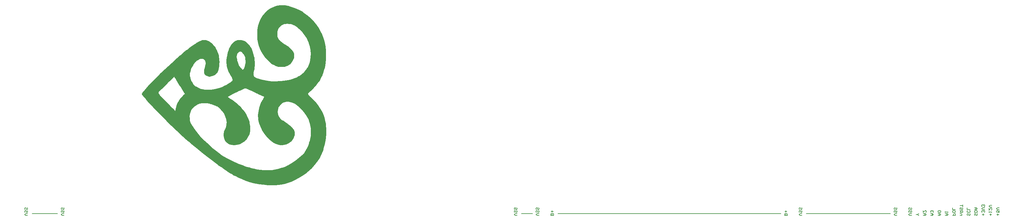
<source format=gbo>
G04*
G04 #@! TF.GenerationSoftware,Altium Limited,Altium Designer,18.1.7 (191)*
G04*
G04 Layer_Color=32896*
%FSLAX44Y44*%
%MOMM*%
G71*
G01*
G75*
%ADD13C,0.2000*%
%ADD15C,0.1800*%
G36*
X896985Y1511968D02*
X903430Y1511382D01*
X905774Y1510797D01*
X907532Y1510211D01*
X908704Y1509625D01*
X909290D01*
X916907Y1507281D01*
X923938Y1504937D01*
X930383Y1502008D01*
X936242Y1499664D01*
X940930Y1497320D01*
X944445Y1494976D01*
X946789Y1493805D01*
X947375Y1493219D01*
X959094Y1484430D01*
X964367Y1479742D01*
X969054Y1475641D01*
X972570Y1472125D01*
X975499Y1469196D01*
X977257Y1466852D01*
X977843Y1466266D01*
X984288Y1458063D01*
X990148Y1449274D01*
X994835Y1441071D01*
X998351Y1433454D01*
X1001280Y1427009D01*
X1003038Y1422321D01*
X1004210Y1418806D01*
X1004796Y1418220D01*
Y1417634D01*
X1007140Y1407673D01*
X1008897Y1398298D01*
X1009483Y1388924D01*
X1010069Y1380721D01*
Y1363143D01*
X1008897Y1354354D01*
X1007726Y1346737D01*
X1005968Y1339120D01*
X1004210Y1332675D01*
X1003038Y1327401D01*
X1001280Y1323300D01*
X1000694Y1320956D01*
X1000108Y1319784D01*
X996593Y1312167D01*
X992491Y1305136D01*
X987804Y1298691D01*
X983702Y1293418D01*
X979601Y1288730D01*
X976671Y1285215D01*
X974328Y1282871D01*
X973742Y1282285D01*
X971398Y1279941D01*
X969054Y1277597D01*
X967297Y1276426D01*
X966711Y1275840D01*
X964367Y1273496D01*
X962609Y1271738D01*
X961437Y1270566D01*
X960851Y1269980D01*
X961437Y1267637D01*
Y1266465D01*
X962023Y1265293D01*
X962609Y1264707D01*
X965539Y1262363D01*
X966125Y1261777D01*
X966711Y1261191D01*
X969640Y1258262D01*
X970226Y1257676D01*
X970812Y1257090D01*
X977257Y1250645D01*
X983117Y1243614D01*
X988390Y1237169D01*
X992491Y1230723D01*
X996007Y1225450D01*
X998351Y1221348D01*
X999523Y1219005D01*
X1000108Y1217833D01*
X1003624Y1209630D01*
X1005968Y1201427D01*
X1008311Y1193224D01*
X1009483Y1186193D01*
X1010069Y1179748D01*
X1010655Y1174474D01*
Y1158654D01*
X1009483Y1147522D01*
X1007726Y1137561D01*
X1005968Y1128772D01*
X1004210Y1121741D01*
X1003038Y1115882D01*
X1001866Y1112366D01*
X1001280Y1111780D01*
Y1111194D01*
X997179Y1101819D01*
X992491Y1092444D01*
X986632Y1084241D01*
X981359Y1076624D01*
X976671Y1070765D01*
X972570Y1066078D01*
X969640Y1063148D01*
X968468Y1061976D01*
X961437Y1055531D01*
X954406Y1049672D01*
X947375Y1044984D01*
X940344Y1040297D01*
X926868Y1032680D01*
X914563Y1027406D01*
X904016Y1023891D01*
X899329Y1022133D01*
X895813Y1021547D01*
X892298Y1020375D01*
X889954D01*
X888782Y1019790D01*
X888196D01*
X878236Y1018618D01*
X873548Y1018032D01*
X869447D01*
X865931Y1017446D01*
X863001D01*
X861244D01*
X860658D01*
X849525Y1018032D01*
X838393Y1019203D01*
X827846Y1020375D01*
X818471Y1022133D01*
X810268Y1023891D01*
X803823Y1025649D01*
X801479Y1026235D01*
X799721D01*
X799136Y1026821D01*
X798549D01*
X788589Y1030336D01*
X779800Y1034438D01*
X771011Y1037953D01*
X763394Y1042055D01*
X756949Y1044984D01*
X752261Y1047914D01*
X749332Y1049672D01*
X748160Y1050258D01*
X731754Y1061390D01*
X724137Y1066664D01*
X717106Y1071351D01*
X711246Y1076039D01*
X707145Y1078968D01*
X704215Y1081312D01*
X703043Y1081898D01*
X686637Y1094788D01*
X670817Y1107093D01*
X656169Y1119397D01*
X643279Y1129944D01*
X637420Y1135217D01*
X632146Y1139319D01*
X627459Y1143420D01*
X623357Y1146936D01*
X620428Y1149865D01*
X618084Y1151623D01*
X616912Y1152795D01*
X616326Y1153381D01*
X601092Y1167443D01*
X586444Y1181505D01*
X572968Y1194982D01*
X560663Y1207286D01*
X555390Y1212560D01*
X550702Y1217247D01*
X546601Y1221934D01*
X543085Y1225450D01*
X540156Y1228380D01*
X537812Y1230723D01*
X536640Y1231895D01*
X536054Y1232481D01*
X530195Y1238926D01*
X524921Y1244786D01*
X522578Y1246543D01*
X520820Y1248301D01*
X520234Y1249473D01*
X519648Y1250059D01*
X514375Y1257090D01*
X509687Y1262949D01*
X507930Y1265293D01*
X506172Y1267051D01*
X505586Y1268223D01*
X505000Y1268809D01*
X506758Y1271152D01*
X507344Y1272324D01*
X508516Y1274082D01*
X509101Y1274668D01*
X517890Y1284629D01*
X526679Y1294589D01*
X534882Y1303378D01*
X542499Y1310995D01*
X548945Y1317440D01*
X554218Y1322714D01*
X557147Y1325643D01*
X558319Y1326815D01*
X568280Y1336190D01*
X577655Y1344979D01*
X587030Y1353182D01*
X594647Y1360799D01*
X601678Y1366658D01*
X606951Y1371346D01*
X610467Y1374275D01*
X611639Y1375447D01*
X619842Y1382478D01*
X627459Y1388338D01*
X630388Y1390681D01*
X632732Y1392439D01*
X633904Y1393611D01*
X634490Y1394197D01*
X643279Y1400642D01*
X650896Y1405916D01*
X653826Y1407673D01*
X656169Y1409431D01*
X657927Y1410017D01*
X658513Y1410603D01*
X663200Y1413533D01*
X667302Y1415290D01*
X671403Y1416462D01*
X674333Y1417048D01*
X677263D01*
X679606D01*
X680778Y1416462D01*
X681364D01*
X685466Y1415290D01*
X689567Y1413533D01*
X696012Y1408845D01*
X698942Y1406501D01*
X700700Y1404158D01*
X701871Y1402986D01*
X702458Y1402400D01*
X706559Y1397713D01*
X709489Y1392439D01*
X711832Y1387752D01*
X713590Y1383064D01*
X714762Y1379549D01*
X715934Y1376619D01*
X716520Y1374275D01*
Y1373690D01*
X717692Y1361971D01*
X718278Y1356112D01*
X717692Y1351424D01*
Y1343807D01*
X717106Y1341463D01*
Y1340878D01*
X715934Y1335604D01*
X714176Y1331503D01*
X713004Y1328573D01*
X712418Y1327987D01*
Y1327401D01*
X708903Y1323300D01*
X704801Y1320370D01*
X701871Y1319198D01*
X701286Y1318612D01*
X700700D01*
X697184Y1317440D01*
X694255Y1316855D01*
X691911Y1316269D01*
X690739D01*
X687223Y1316855D01*
X683708Y1318026D01*
X681364Y1319198D01*
X680778Y1319784D01*
X677849Y1322128D01*
X676677Y1324472D01*
X676091Y1326815D01*
Y1334432D01*
X676677Y1336776D01*
Y1337362D01*
X677849Y1340292D01*
X678435Y1342635D01*
X679020Y1344393D01*
Y1344979D01*
X679606Y1347909D01*
X680192Y1350838D01*
Y1353182D01*
X679606Y1357870D01*
X677849Y1361385D01*
X676091Y1363143D01*
X675505Y1363729D01*
X671989Y1364901D01*
X667888D01*
X664958D01*
X664372Y1364315D01*
X663786D01*
X659685Y1361971D01*
X656169Y1359627D01*
X649724Y1353182D01*
X647380Y1349666D01*
X646208Y1347323D01*
X645037Y1345565D01*
X644451Y1344979D01*
X641521Y1339706D01*
X639763Y1334432D01*
X638591Y1329745D01*
X637420Y1326229D01*
Y1318026D01*
X638591Y1312753D01*
X639763Y1308066D01*
X641521Y1303964D01*
X643865Y1300449D01*
X645622Y1297519D01*
X646794Y1295175D01*
X647966Y1294003D01*
X648552Y1293418D01*
X652654Y1289902D01*
X656755Y1287558D01*
X660857Y1285215D01*
X664372Y1283457D01*
X667888Y1282285D01*
X670817Y1281699D01*
X672575Y1281113D01*
X673161D01*
X680778Y1280527D01*
X687809D01*
X694840D01*
X700700Y1281113D01*
X705387Y1281699D01*
X708903Y1282871D01*
X711832Y1283457D01*
X712418D01*
X719449Y1285800D01*
X725895Y1288144D01*
X731754Y1291074D01*
X737613Y1294003D01*
X741715Y1296347D01*
X745230Y1298691D01*
X747574Y1299863D01*
X748160Y1300449D01*
X751089Y1302792D01*
X752847Y1305136D01*
X754019Y1306894D01*
Y1307480D01*
X753433Y1310409D01*
X752261Y1313339D01*
X751089Y1315683D01*
X750503Y1316269D01*
X746402Y1323300D01*
X742886Y1329745D01*
X740543Y1336190D01*
X738785Y1342049D01*
X738199Y1346737D01*
X737613Y1350252D01*
X737027Y1353182D01*
Y1360799D01*
X738199Y1368416D01*
X739371Y1374861D01*
X740543Y1380721D01*
X742300Y1385994D01*
X743472Y1390096D01*
X744058Y1392439D01*
X744644Y1393611D01*
X748160Y1400056D01*
X751675Y1405330D01*
X754605Y1408845D01*
X755777Y1409431D01*
Y1410017D01*
X758707Y1412361D01*
X761636Y1414118D01*
X767495Y1416462D01*
X770425D01*
X772769Y1417048D01*
X773941D01*
X774527D01*
X778042D01*
X781558Y1415876D01*
X787417Y1414118D01*
X790932Y1411775D01*
X791518Y1411189D01*
X792104Y1410603D01*
X797378Y1405330D01*
X801479Y1400642D01*
X803823Y1396541D01*
X804995Y1395955D01*
Y1395369D01*
X805581Y1394783D01*
Y1394197D01*
X806167Y1393611D01*
Y1393025D01*
X810268Y1381893D01*
X811440Y1376619D01*
X812612Y1371932D01*
X813784Y1368416D01*
Y1365486D01*
X814370Y1363143D01*
Y1362557D01*
X814956Y1356698D01*
Y1346151D01*
X814370Y1340878D01*
X813784Y1336776D01*
X813198Y1333846D01*
X812612Y1331503D01*
Y1330917D01*
X812026Y1327401D01*
Y1320370D01*
X812612Y1318026D01*
Y1317440D01*
X813784Y1316269D01*
X814956Y1315097D01*
X819057Y1312753D01*
X823158Y1310995D01*
X824330Y1310409D01*
X824916D01*
X833119Y1308066D01*
X841322Y1306308D01*
X848939Y1304550D01*
X855385Y1303964D01*
X861244Y1303378D01*
X865931Y1302792D01*
X868275D01*
X869447D01*
X885853Y1303964D01*
X893470Y1304550D01*
X899915Y1305722D01*
X905774Y1306894D01*
X910462Y1307480D01*
X912805Y1308652D01*
X913977D01*
X925110Y1312167D01*
X929797Y1314511D01*
X933899Y1316855D01*
X937414Y1318612D01*
X939758Y1320370D01*
X941516Y1320956D01*
X942102Y1321542D01*
X946203Y1325058D01*
X950305Y1329159D01*
X956164Y1336776D01*
X958508Y1340292D01*
X960265Y1343221D01*
X960851Y1344979D01*
X961437Y1345565D01*
X963781Y1351424D01*
X965539Y1356698D01*
X967297Y1368416D01*
X967883Y1378963D01*
X967297Y1388924D01*
X965539Y1397713D01*
X963781Y1404158D01*
X963195Y1406501D01*
X962609Y1408259D01*
X962023Y1409431D01*
Y1410017D01*
X956750Y1422321D01*
X949719Y1432282D01*
X942688Y1441071D01*
X935657Y1447516D01*
X929211Y1452790D01*
X923938Y1456305D01*
X919837Y1458063D01*
X919250Y1458649D01*
X918665D01*
X913977Y1460407D01*
X909876Y1460993D01*
X902845Y1461579D01*
X899915Y1460993D01*
X897571D01*
X896399Y1460407D01*
X895813D01*
X892298Y1459235D01*
X888782Y1456891D01*
X883509Y1452790D01*
X880579Y1448688D01*
X879408Y1447516D01*
Y1446930D01*
X877650Y1442829D01*
X877064Y1439313D01*
X876478Y1432282D01*
Y1427595D01*
X877064Y1426423D01*
Y1425837D01*
X878822Y1422321D01*
X880579Y1418806D01*
X885853Y1412947D01*
X888196Y1411189D01*
X889954Y1409431D01*
X891126Y1408845D01*
X891712Y1408259D01*
X895228Y1405916D01*
X898743Y1404158D01*
X901087Y1402400D01*
X901673Y1401814D01*
X905188Y1399470D01*
X908118Y1397713D01*
X909876Y1395955D01*
X910462Y1395369D01*
X915149Y1391267D01*
X918665Y1387166D01*
X920422Y1383650D01*
X921008Y1383064D01*
Y1382478D01*
X922180Y1379549D01*
X922766Y1376619D01*
Y1371346D01*
X922180Y1369002D01*
Y1367244D01*
X921594Y1366073D01*
Y1365486D01*
X918665Y1359041D01*
X915149Y1353768D01*
X912219Y1350838D01*
X911634Y1349666D01*
X911048D01*
X905188Y1346151D01*
X898743Y1343807D01*
X896399Y1343221D01*
X894056D01*
X892884Y1342635D01*
X892298D01*
X885267D01*
X879408Y1343221D01*
X877064Y1343807D01*
X875306Y1344393D01*
X874134Y1344979D01*
X873548D01*
X867103Y1347909D01*
X861830Y1350838D01*
X858314Y1353768D01*
X857728Y1354940D01*
X857142D01*
X848939Y1362557D01*
X842494Y1370174D01*
X837221Y1377791D01*
X833119Y1384822D01*
X829604Y1391267D01*
X827846Y1395955D01*
X826674Y1398884D01*
X826088Y1400056D01*
X823744Y1409431D01*
X821987Y1419392D01*
X821401Y1428181D01*
Y1436970D01*
X821987Y1444001D01*
X822572Y1449860D01*
Y1451618D01*
X823158Y1453376D01*
Y1454547D01*
X826674Y1465680D01*
X830776Y1475055D01*
X836049Y1483258D01*
X841322Y1489703D01*
X846596Y1494976D01*
X850697Y1499078D01*
X853627Y1501422D01*
X854799Y1502008D01*
X861244Y1505523D01*
X867689Y1507867D01*
X873548Y1510211D01*
X878822Y1511382D01*
X883509Y1511968D01*
X887025Y1512554D01*
X889368D01*
X889954D01*
X896985Y1511968D01*
D02*
G37*
%LPC*%
G36*
X775112Y1385408D02*
X773355Y1384822D01*
X772769D01*
X769839Y1383064D01*
X768081Y1380721D01*
X766909Y1378963D01*
X766323Y1377791D01*
X765738Y1374275D01*
X765152Y1370174D01*
X766323Y1363143D01*
X766909Y1360213D01*
X767495Y1357870D01*
X768081Y1356112D01*
Y1355526D01*
X772183Y1346737D01*
X774527Y1343221D01*
X776870Y1340292D01*
X779214Y1337948D01*
X780386Y1336190D01*
X781558Y1335604D01*
X782144Y1335018D01*
X785073Y1338534D01*
X786831Y1342635D01*
X788003Y1346737D01*
X789175Y1350838D01*
X789761Y1353768D01*
Y1359041D01*
X789175Y1364315D01*
X788589Y1369002D01*
X786831Y1372518D01*
X785659Y1376033D01*
X783901Y1378377D01*
X782144Y1380135D01*
X781558Y1381307D01*
X780972Y1381893D01*
X779214Y1383650D01*
X778042Y1384236D01*
X775112Y1385408D01*
D02*
G37*
G36*
X594061Y1316269D02*
X587030Y1309238D01*
X581171Y1302792D01*
X578241Y1300449D01*
X576483Y1298105D01*
X575311Y1296933D01*
X574725Y1296347D01*
X567108Y1288730D01*
X560077Y1282285D01*
X557733Y1279941D01*
X555390Y1277597D01*
X554218Y1276426D01*
X553632Y1275840D01*
X551874Y1273496D01*
Y1269980D01*
X554218Y1266465D01*
X554804Y1265293D01*
X555390Y1264707D01*
X562421Y1257676D01*
X568866Y1251231D01*
X571210Y1248301D01*
X573554Y1246543D01*
X574725Y1245371D01*
X575311Y1244786D01*
X582928Y1236582D01*
X589959Y1229551D01*
X592889Y1226622D01*
X595233Y1224278D01*
X596405Y1222520D01*
X596991Y1221934D01*
X598162Y1227794D01*
X599920Y1233653D01*
X601092Y1238340D01*
X602850Y1241856D01*
X604022Y1245371D01*
X605194Y1247715D01*
X606365Y1248887D01*
Y1249473D01*
X611639Y1257090D01*
X617498Y1263535D01*
X619842Y1265879D01*
X622185Y1267637D01*
X623357Y1268223D01*
X623943Y1268809D01*
X618084Y1277597D01*
X613396Y1285215D01*
X611639Y1288144D01*
X609881Y1290488D01*
X609295Y1291660D01*
X608709Y1292246D01*
X603436Y1301035D01*
X598748Y1308652D01*
X596991Y1311581D01*
X595233Y1313925D01*
X594647Y1315683D01*
X594061Y1316269D01*
D02*
G37*
G36*
X790932Y1283457D02*
X789761D01*
X789175D01*
X787417D01*
X786245D01*
X785659Y1282871D01*
X785073D01*
X776870Y1278769D01*
X769839Y1275840D01*
X767495Y1274082D01*
X765152Y1273496D01*
X763980Y1272324D01*
X763394D01*
X755191Y1268223D01*
X747574Y1264121D01*
X744644Y1262949D01*
X742300Y1261777D01*
X741129Y1260606D01*
X740543D01*
X743472Y1258262D01*
X746402Y1256504D01*
X748160Y1255332D01*
X748746Y1254746D01*
X751675Y1252989D01*
X754605Y1251231D01*
X756363Y1250059D01*
X756949Y1249473D01*
X768081Y1240684D01*
X772769Y1236582D01*
X776870Y1232481D01*
X779800Y1228966D01*
X782144Y1226036D01*
X783901Y1224278D01*
X784487Y1223692D01*
X788589Y1217833D01*
X792104Y1211974D01*
X795034Y1206114D01*
X797378Y1200841D01*
X799136Y1196154D01*
X800307Y1192638D01*
X800893Y1190294D01*
Y1189122D01*
X802065Y1180333D01*
X802651Y1172717D01*
Y1169787D01*
X802065Y1167443D01*
Y1165685D01*
X801479Y1161584D01*
X800307Y1157482D01*
X796792Y1150451D01*
X795034Y1147522D01*
X793276Y1145178D01*
X792690Y1144006D01*
X792104Y1143420D01*
X785659Y1137561D01*
X779800Y1133459D01*
X776870Y1132288D01*
X775112Y1131116D01*
X773941Y1130530D01*
X773355D01*
X765738Y1128772D01*
X758707Y1128186D01*
X755777D01*
X753433Y1128772D01*
X751675D01*
X751089D01*
X746402Y1129944D01*
X742886Y1131702D01*
X739957Y1134045D01*
X737027Y1136389D01*
X735269Y1138147D01*
X734098Y1139905D01*
X732926Y1141076D01*
Y1141662D01*
X731168Y1145764D01*
X729996Y1149865D01*
X729410Y1153381D01*
Y1159826D01*
X729996Y1162170D01*
X730582Y1163928D01*
Y1164513D01*
X731168Y1167443D01*
X731754Y1168615D01*
X732926Y1170959D01*
X733512Y1172131D01*
X735855Y1177990D01*
X737027Y1184435D01*
X737613Y1190294D01*
X737027Y1196154D01*
X735855Y1200841D01*
X734684Y1204357D01*
X734098Y1207286D01*
X733512Y1207872D01*
X729996Y1214903D01*
X725895Y1220762D01*
X721793Y1225450D01*
X718278Y1229551D01*
X714762Y1231895D01*
X711832Y1234239D01*
X710074Y1234825D01*
X709489Y1235411D01*
X702458Y1238340D01*
X696598Y1240098D01*
X694255Y1240684D01*
X692497Y1241270D01*
X691325Y1241856D01*
X690739D01*
X683708Y1243028D01*
X677849D01*
X674919D01*
X673161D01*
X671989D01*
X671403D01*
X664372Y1241856D01*
X658513Y1239512D01*
X653240Y1236582D01*
X649138Y1233653D01*
X645622Y1230137D01*
X643279Y1227794D01*
X642107Y1225450D01*
X641521Y1224864D01*
X638591Y1218419D01*
X636834Y1212560D01*
X636248Y1206700D01*
X636834Y1201427D01*
X637420Y1196740D01*
X638005Y1192638D01*
X639177Y1190294D01*
Y1189708D01*
X641521Y1185607D01*
X643865Y1181505D01*
X645622Y1179162D01*
X646208Y1177990D01*
X649138Y1173888D01*
X651482Y1170373D01*
X653240Y1168029D01*
X653826Y1166857D01*
X665544Y1152795D01*
X677849Y1139905D01*
X690153Y1128772D01*
X700700Y1118811D01*
X710660Y1110608D01*
X714762Y1107679D01*
X718278Y1104749D01*
X720621Y1102991D01*
X722965Y1101233D01*
X724137Y1100647D01*
X724723Y1100061D01*
X739371Y1091273D01*
X754605Y1083655D01*
X769253Y1077210D01*
X783315Y1071937D01*
X789175Y1069593D01*
X795034Y1067835D01*
X800307Y1066664D01*
X804409Y1065492D01*
X807924Y1064320D01*
X810268Y1063734D01*
X812026Y1063148D01*
X812612D01*
X821987Y1061390D01*
X830776Y1060219D01*
X838979Y1059632D01*
X846010Y1059047D01*
X852455D01*
X857142Y1059632D01*
X860072D01*
X861244D01*
X870033Y1060804D01*
X878822Y1062562D01*
X886439Y1064906D01*
X893470Y1067250D01*
X899329Y1069593D01*
X904016Y1071937D01*
X906360Y1073109D01*
X907532Y1073695D01*
X915149Y1078382D01*
X922180Y1083070D01*
X928625Y1087171D01*
X933899Y1091859D01*
X938586Y1095374D01*
X941516Y1098304D01*
X943859Y1100061D01*
X944445Y1100647D01*
X950305Y1107093D01*
X954406Y1114124D01*
X958508Y1120569D01*
X961437Y1127014D01*
X963195Y1132873D01*
X964367Y1136975D01*
X965539Y1139905D01*
Y1141076D01*
X967883Y1153381D01*
X968468Y1164513D01*
X967883Y1174474D01*
X966711Y1182677D01*
X964953Y1189708D01*
X963195Y1194982D01*
X962023Y1198497D01*
X961437Y1199669D01*
X956750Y1208458D01*
X950891Y1216661D01*
X944445Y1224278D01*
X938586Y1230137D01*
X932727Y1235411D01*
X928039Y1238926D01*
X925110Y1241270D01*
X924524Y1241856D01*
X923938D01*
X919250Y1244200D01*
X914563Y1245957D01*
X910462Y1246543D01*
X906946Y1247129D01*
X903430D01*
X901087D01*
X899329Y1246543D01*
X898743D01*
X894642Y1245371D01*
X891126Y1243614D01*
X885267Y1238926D01*
X883509Y1236582D01*
X881751Y1234239D01*
X881165Y1233067D01*
X880579Y1232481D01*
X879408Y1228966D01*
X878236Y1225450D01*
X877650Y1219591D01*
Y1216661D01*
X878236Y1214903D01*
Y1213146D01*
X879408Y1209630D01*
X881165Y1206700D01*
X884681Y1201427D01*
X888196Y1197911D01*
X888782Y1197325D01*
X889368Y1196740D01*
X893470Y1194396D01*
X896985Y1192052D01*
X899329Y1190294D01*
X900501Y1189708D01*
X904602Y1186779D01*
X907532Y1184435D01*
X909876Y1182677D01*
X911048Y1182091D01*
X915735Y1177990D01*
X919250Y1173888D01*
X921594Y1170959D01*
X922180Y1170373D01*
Y1169787D01*
X923352Y1166857D01*
X923938Y1164513D01*
X924524Y1159240D01*
X923938Y1156896D01*
Y1155139D01*
X923352Y1153967D01*
Y1153381D01*
X920422Y1146350D01*
X917493Y1141076D01*
X914563Y1138147D01*
X913977Y1136975D01*
X913391D01*
X907532Y1132873D01*
X902259Y1130530D01*
X899329Y1129944D01*
X897571Y1129358D01*
X896399Y1128772D01*
X895813D01*
X889368Y1128186D01*
X883509D01*
X881751Y1128772D01*
X879993D01*
X878822Y1129358D01*
X878236D01*
X872376Y1131702D01*
X867103Y1134045D01*
X863587Y1136389D01*
X863001Y1136975D01*
X862416D01*
X853627Y1144006D01*
X846596Y1152209D01*
X840736Y1160412D01*
X835463Y1168029D01*
X831947Y1175646D01*
X829604Y1181505D01*
X828432Y1183849D01*
X827846Y1185607D01*
X827260Y1186193D01*
Y1186779D01*
X825502Y1193224D01*
X824330Y1199083D01*
X823744Y1210802D01*
X824916Y1221348D01*
X827260Y1230723D01*
X829604Y1238926D01*
X831947Y1244786D01*
X833119Y1247129D01*
X834291Y1248887D01*
X834877Y1249473D01*
Y1250059D01*
X837221Y1253574D01*
X837807Y1254746D01*
Y1255332D01*
X839564Y1258848D01*
X840736Y1260020D01*
Y1260606D01*
X831361Y1264707D01*
X827260Y1266465D01*
X823744Y1268223D01*
X820815Y1269980D01*
X818471Y1270566D01*
X817299Y1271738D01*
X816713D01*
X808510Y1275840D01*
X800893Y1279355D01*
X797964Y1280527D01*
X795620Y1281699D01*
X794448Y1282285D01*
X793862D01*
X790932Y1283457D01*
D02*
G37*
%LPD*%
D13*
X1545000Y940000D02*
X1575000D01*
X205000D02*
X275000D01*
X1645000D02*
X2255000Y940000D01*
X2325000Y940000D02*
X2555000D01*
D15*
X1532998Y935000D02*
X1527666D01*
X1525000Y937666D01*
X1527666Y940332D01*
X1532998D01*
X1531665Y948329D02*
X1532998Y946996D01*
Y944330D01*
X1531665Y942997D01*
X1530332D01*
X1528999Y944330D01*
Y946996D01*
X1527666Y948329D01*
X1526333D01*
X1525000Y946996D01*
Y944330D01*
X1526333Y942997D01*
X1531665Y956327D02*
X1532998Y954994D01*
Y952328D01*
X1531665Y950995D01*
X1530332D01*
X1528999Y952328D01*
Y954994D01*
X1527666Y956327D01*
X1526333D01*
X1525000Y954994D01*
Y952328D01*
X1526333Y950995D01*
X2612997Y935000D02*
X2607666D01*
X2605000Y937666D01*
X2607666Y940332D01*
X2612997D01*
X2611664Y948329D02*
X2612997Y946996D01*
Y944330D01*
X2611664Y942998D01*
X2610332D01*
X2608999Y944330D01*
Y946996D01*
X2607666Y948329D01*
X2606333D01*
X2605000Y946996D01*
Y944330D01*
X2606333Y942998D01*
X2611664Y956327D02*
X2612997Y954994D01*
Y952328D01*
X2611664Y950995D01*
X2610332D01*
X2608999Y952328D01*
Y954994D01*
X2607666Y956327D01*
X2606333D01*
X2605000Y954994D01*
Y952328D01*
X2606333Y950995D01*
X2632997Y935000D02*
X2631664D01*
X2628999Y937666D01*
X2631664Y940332D01*
X2632997D01*
X2628999Y937666D02*
X2625000D01*
X2645000Y935000D02*
X2650332D01*
X2652997Y937666D01*
X2650332Y940332D01*
X2645000D01*
X2648999D01*
Y935000D01*
X2645000Y948329D02*
Y942998D01*
X2650332Y948329D01*
X2651664D01*
X2652997Y946996D01*
Y944330D01*
X2651664Y942998D01*
X2665000Y935000D02*
X2670332D01*
X2672997Y937666D01*
X2670332Y940332D01*
X2665000D01*
X2668999D01*
Y935000D01*
X2671664Y942998D02*
X2672997Y944330D01*
Y946996D01*
X2671664Y948329D01*
X2670332D01*
X2668999Y946996D01*
Y945663D01*
Y946996D01*
X2667666Y948329D01*
X2666333D01*
X2665000Y946996D01*
Y944330D01*
X2666333Y942998D01*
X2685000Y935000D02*
X2690332D01*
X2692997Y937666D01*
X2690332Y940332D01*
X2685000D01*
X2688999D01*
Y935000D01*
X2691664Y942998D02*
X2692997Y944330D01*
Y946996D01*
X2691664Y948329D01*
X2686333D01*
X2685000Y946996D01*
Y944330D01*
X2686333Y942998D01*
X2691664D01*
X2705000Y935000D02*
X2710332D01*
X2712997Y937666D01*
X2710332Y940332D01*
X2705000D01*
X2708999D01*
Y935000D01*
X2705000Y942998D02*
Y945663D01*
Y944330D01*
X2712997D01*
X2711664Y942998D01*
X292997Y935000D02*
X287666D01*
X285000Y937666D01*
X287666Y940332D01*
X292997D01*
X291665Y948329D02*
X292997Y946996D01*
Y944330D01*
X291665Y942998D01*
X290332D01*
X288999Y944330D01*
Y946996D01*
X287666Y948329D01*
X286333D01*
X285000Y946996D01*
Y944330D01*
X286333Y942998D01*
X291665Y956327D02*
X292997Y954994D01*
Y952328D01*
X291665Y950995D01*
X290332D01*
X288999Y952328D01*
Y954994D01*
X287666Y956327D01*
X286333D01*
X285000Y954994D01*
Y952328D01*
X286333Y950995D01*
X192997Y935000D02*
X187666D01*
X185000Y937666D01*
X187666Y940332D01*
X192997D01*
X191665Y948329D02*
X192997Y946996D01*
Y944330D01*
X191665Y942998D01*
X190332D01*
X188999Y944330D01*
Y946996D01*
X187666Y948329D01*
X186333D01*
X185000Y946996D01*
Y944330D01*
X186333Y942998D01*
X191665Y956327D02*
X192997Y954994D01*
Y952328D01*
X191665Y950995D01*
X190332D01*
X188999Y952328D01*
Y954994D01*
X187666Y956327D01*
X186333D01*
X185000Y954994D01*
Y952328D01*
X186333Y950995D01*
X1592998Y935000D02*
X1587666D01*
X1585000Y937666D01*
X1587666Y940332D01*
X1592998D01*
X1591665Y948329D02*
X1592998Y946996D01*
Y944330D01*
X1591665Y942997D01*
X1590332D01*
X1588999Y944330D01*
Y946996D01*
X1587666Y948329D01*
X1586333D01*
X1585000Y946996D01*
Y944330D01*
X1586333Y942997D01*
X1591665Y956327D02*
X1592998Y954994D01*
Y952328D01*
X1591665Y950995D01*
X1590332D01*
X1588999Y952328D01*
Y954994D01*
X1587666Y956327D01*
X1586333D01*
X1585000Y954994D01*
Y952328D01*
X1586333Y950995D01*
X2272998Y935000D02*
X2265000D01*
Y938999D01*
X2266333Y940332D01*
X2267666D01*
X2268999Y938999D01*
Y935000D01*
Y938999D01*
X2270332Y940332D01*
X2271665D01*
X2272998Y938999D01*
Y935000D01*
X2268999Y942998D02*
Y948329D01*
X2271665Y945663D02*
X2266333D01*
X1632998Y935000D02*
X1625000D01*
Y938999D01*
X1626333Y940332D01*
X1627666D01*
X1628999Y938999D01*
Y935000D01*
Y938999D01*
X1630332Y940332D01*
X1631665D01*
X1632998Y938999D01*
Y935000D01*
X1628999Y942998D02*
Y948329D01*
X1631665Y945663D02*
X1626333D01*
X2312997Y935000D02*
X2307666D01*
X2305000Y937666D01*
X2307666Y940332D01*
X2312997D01*
X2311664Y948329D02*
X2312997Y946996D01*
Y944330D01*
X2311664Y942998D01*
X2310332D01*
X2308999Y944330D01*
Y946996D01*
X2307666Y948329D01*
X2306333D01*
X2305000Y946996D01*
Y944330D01*
X2306333Y942998D01*
X2311664Y956327D02*
X2312997Y954994D01*
Y952328D01*
X2311664Y950995D01*
X2310332D01*
X2308999Y952328D01*
Y954994D01*
X2307666Y956327D01*
X2306333D01*
X2305000Y954994D01*
Y952328D01*
X2306333Y950995D01*
X2572997Y935000D02*
X2567666D01*
X2565000Y937666D01*
X2567666Y940332D01*
X2572997D01*
X2571664Y948329D02*
X2572997Y946996D01*
Y944330D01*
X2571664Y942998D01*
X2570331D01*
X2568999Y944330D01*
Y946996D01*
X2567666Y948329D01*
X2566333D01*
X2565000Y946996D01*
Y944330D01*
X2566333Y942998D01*
X2571664Y956327D02*
X2572997Y954994D01*
Y952328D01*
X2571664Y950995D01*
X2570331D01*
X2568999Y952328D01*
Y954994D01*
X2567666Y956327D01*
X2566333D01*
X2565000Y954994D01*
Y952328D01*
X2566333Y950995D01*
X2791664Y940332D02*
X2792997Y938999D01*
Y936333D01*
X2791664Y935000D01*
X2790332D01*
X2788999Y936333D01*
Y938999D01*
X2787666Y940332D01*
X2786333D01*
X2785000Y938999D01*
Y936333D01*
X2786333Y935000D01*
X2792997Y942998D02*
X2785000D01*
Y946996D01*
X2786333Y948329D01*
X2791664D01*
X2792997Y946996D01*
Y942998D01*
X2785000Y950995D02*
X2790332D01*
X2792997Y953661D01*
X2790332Y956327D01*
X2785000D01*
X2788999D01*
Y950995D01*
X2808999Y935000D02*
Y940332D01*
X2811664Y937666D02*
X2806333D01*
X2811664Y942998D02*
X2812997Y944330D01*
Y946996D01*
X2811664Y948329D01*
X2810332D01*
X2808999Y946996D01*
Y945663D01*
Y946996D01*
X2807666Y948329D01*
X2806333D01*
X2805000Y946996D01*
Y944330D01*
X2806333Y942998D01*
X2812997Y950995D02*
X2807666D01*
X2805000Y953661D01*
X2807666Y956327D01*
X2812997D01*
X2811664Y958992D02*
X2812997Y960325D01*
Y962991D01*
X2811664Y964324D01*
X2810332D01*
X2808999Y962991D01*
Y961658D01*
Y962991D01*
X2807666Y964324D01*
X2806333D01*
X2805000Y962991D01*
Y960325D01*
X2806333Y958992D01*
X2828999Y935000D02*
Y940332D01*
X2831664Y937666D02*
X2826333D01*
X2825000Y942998D02*
Y945663D01*
Y944330D01*
X2832997D01*
X2831664Y942998D01*
X2825000Y954994D02*
Y949662D01*
X2830332Y954994D01*
X2831664D01*
X2832997Y953661D01*
Y950995D01*
X2831664Y949662D01*
X2832997Y957659D02*
X2827666D01*
X2825000Y960325D01*
X2827666Y962991D01*
X2832997D01*
X2771664Y940332D02*
X2772997Y938999D01*
Y936333D01*
X2771664Y935000D01*
X2770332D01*
X2768999Y936333D01*
Y938999D01*
X2767666Y940332D01*
X2766333D01*
X2765000Y938999D01*
Y936333D01*
X2766333Y935000D01*
X2771664Y948329D02*
X2772997Y946996D01*
Y944330D01*
X2771664Y942998D01*
X2766333D01*
X2765000Y944330D01*
Y946996D01*
X2766333Y948329D01*
X2772997Y950995D02*
X2765000D01*
Y956327D01*
X2745000Y935000D02*
X2750332D01*
Y938999D01*
X2748999Y940332D01*
X2745000D01*
Y942998D02*
X2752997D01*
Y946996D01*
X2751664Y948329D01*
X2748999D01*
X2747666Y946996D01*
Y942998D01*
Y945663D02*
X2745000Y948329D01*
X2751664Y956327D02*
X2752997Y954994D01*
Y952328D01*
X2751664Y950995D01*
X2750332D01*
X2748999Y952328D01*
Y954994D01*
X2747666Y956327D01*
X2746333D01*
X2745000Y954994D01*
Y952328D01*
X2746333Y950995D01*
X2752997Y958992D02*
Y964324D01*
Y961658D01*
X2745000D01*
X2725000Y935000D02*
X2732997D01*
Y938999D01*
X2731664Y940332D01*
X2728999D01*
X2727666Y938999D01*
Y935000D01*
X2732997Y946996D02*
Y944330D01*
X2731664Y942998D01*
X2726333D01*
X2725000Y944330D01*
Y946996D01*
X2726333Y948329D01*
X2731664D01*
X2732997Y946996D01*
Y950995D02*
X2725000D01*
Y956327D01*
X2848999Y935000D02*
Y940332D01*
X2851664Y937666D02*
X2846333D01*
X2852997Y948329D02*
Y942998D01*
X2848999D01*
X2850332Y945663D01*
Y946996D01*
X2848999Y948329D01*
X2846333D01*
X2845000Y946996D01*
Y944330D01*
X2846333Y942998D01*
X2852997Y950995D02*
X2847666D01*
X2845000Y953661D01*
X2847666Y956327D01*
X2852997D01*
M02*

</source>
